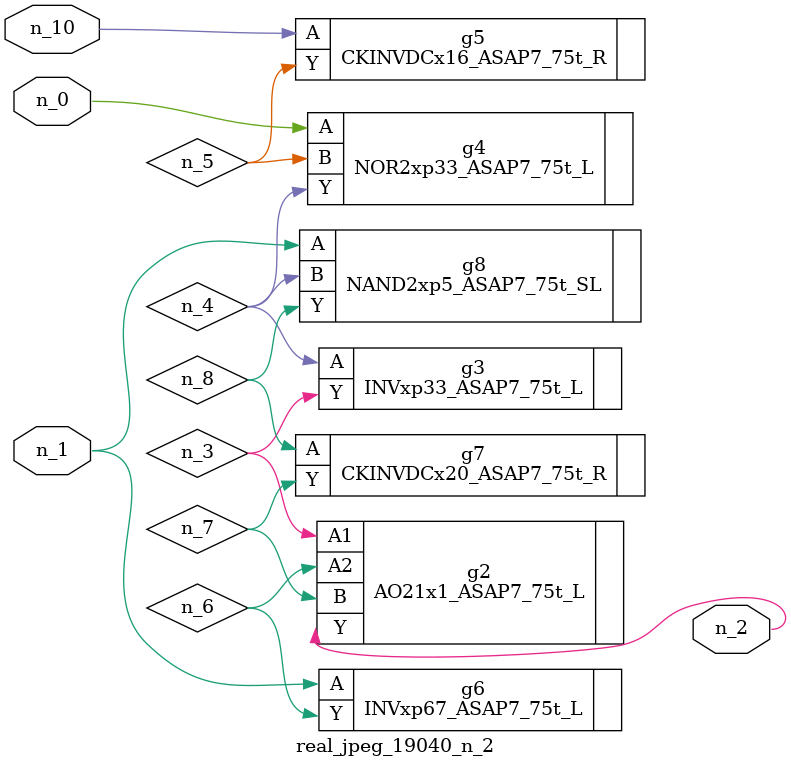
<source format=v>
module real_jpeg_19040_n_2 (n_1, n_10, n_0, n_2);

input n_1;
input n_10;
input n_0;

output n_2;

wire n_5;
wire n_4;
wire n_8;
wire n_6;
wire n_7;
wire n_3;

NOR2xp33_ASAP7_75t_L g4 ( 
.A(n_0),
.B(n_5),
.Y(n_4)
);

INVxp67_ASAP7_75t_L g6 ( 
.A(n_1),
.Y(n_6)
);

NAND2xp5_ASAP7_75t_SL g8 ( 
.A(n_1),
.B(n_4),
.Y(n_8)
);

AO21x1_ASAP7_75t_L g2 ( 
.A1(n_3),
.A2(n_6),
.B(n_7),
.Y(n_2)
);

INVxp33_ASAP7_75t_L g3 ( 
.A(n_4),
.Y(n_3)
);

CKINVDCx20_ASAP7_75t_R g7 ( 
.A(n_8),
.Y(n_7)
);

CKINVDCx16_ASAP7_75t_R g5 ( 
.A(n_10),
.Y(n_5)
);


endmodule
</source>
